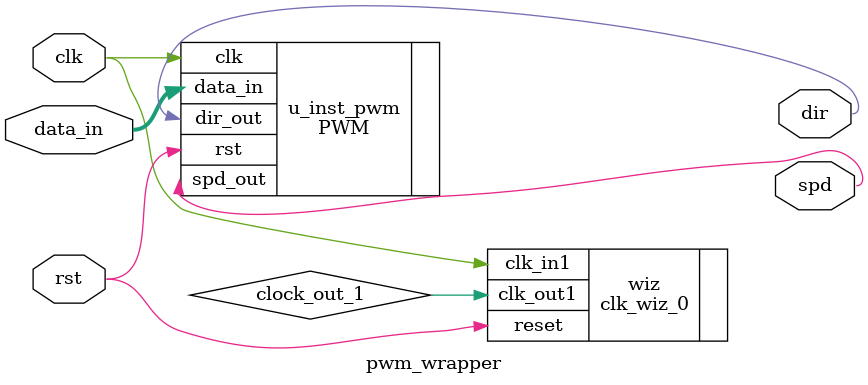
<source format=v>
`timescale 1ns / 1ps


module pwm_wrapper(
    input clk,
    input rst,
    input[15:0] data_in,
    output spd,
    output dir 
    );
    
    wire clk_out_1;
    wire clk_out_2;
    
    PWM u_inst_pwm(
    .clk(clk),
    .rst(rst),
    .data_in(data_in),
    .spd_out(spd),
    .dir_out(dir)
    );
    
    clk_wiz_0 wiz(
        .reset(rst),
        .clk_in1(clk),
        .clk_out1(clock_out_1)
    );
endmodule

</source>
